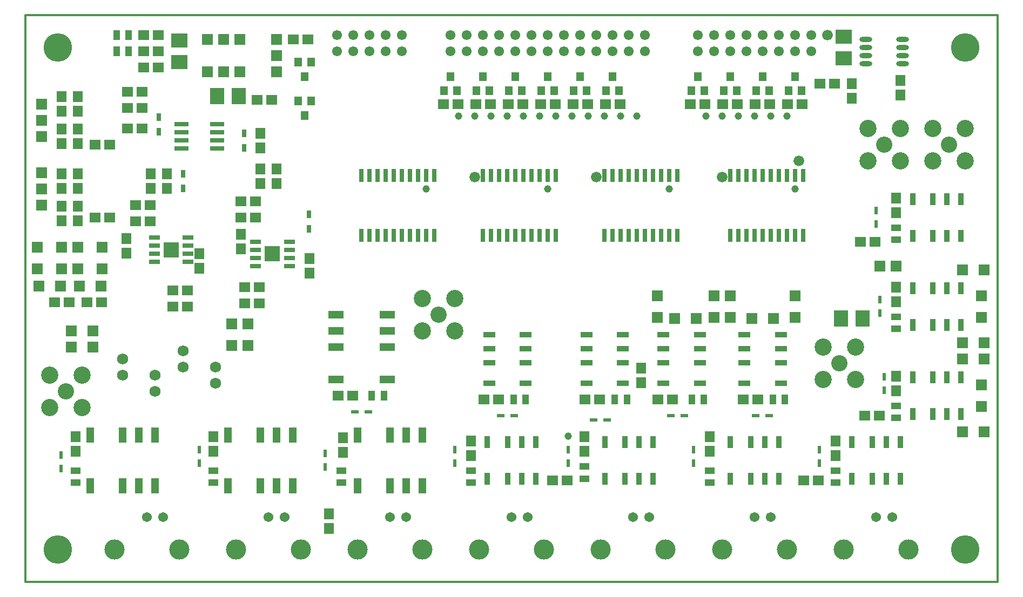
<source format=gbr>
G04 EasyPC Gerber Version 20.0.2 Build 4112 *
G04 #@! TF.Part,Single*
G04 #@! TF.FileFunction,Soldermask,Top *
%FSLAX35Y35*%
%MOIN*%
G04 #@! TA.AperFunction,SMDPad*
%ADD113R,0.02411X0.04537*%
%ADD121R,0.02569X0.04832*%
%ADD117R,0.02800X0.08400*%
%ADD116R,0.03750X0.07687*%
%ADD84R,0.04143X0.06112*%
%ADD110R,0.04537X0.09261*%
%ADD118R,0.04600X0.05400*%
%ADD29R,0.06100X0.06600*%
%ADD122R,0.08600X0.10100*%
G04 #@! TA.AperFunction,ComponentPad*
%ADD25R,0.06600X0.06600*%
G04 #@! TA.AperFunction,SMDPad*
%ADD112R,0.06900X0.06900*%
%ADD120R,0.09600X0.09600*%
G04 #@! TD.AperFunction*
%ADD10C,0.01200*%
G04 #@! TA.AperFunction,ViaPad*
%ADD72C,0.04600*%
G04 #@! TA.AperFunction,ComponentPad*
%ADD109C,0.06072*%
%ADD26C,0.06100*%
%ADD83C,0.06600*%
%ADD85C,0.06899*%
G04 #@! TA.AperFunction,SMDPad*
%ADD123O,0.07800X0.03100*%
%ADD90R,0.04537X0.02411*%
%ADD119R,0.06900X0.02700*%
%ADD28R,0.08600X0.03100*%
%ADD114R,0.07687X0.03750*%
%ADD111R,0.06112X0.04143*%
%ADD115R,0.09261X0.04537*%
%ADD27R,0.06600X0.06100*%
G04 #@! TA.AperFunction,ComponentPad*
%ADD86C,0.10049*%
%ADD87C,0.10639*%
%ADD108C,0.12450*%
G04 #@! TA.AperFunction,WasherPad*
%ADD24C,0.17600*%
G04 #@! TA.AperFunction,SMDPad*
%ADD124R,0.10100X0.08600*%
X0Y0D02*
D02*
D10*
X680250Y344250D02*
X1280250D01*
Y694250*
X680250*
Y344250*
D02*
D24*
X700250Y364250D03*
Y674250D03*
X1260250Y364250D03*
Y674250D03*
D02*
D25*
X690250Y576750D03*
Y586750D03*
Y596750D03*
Y619250D03*
Y629250D03*
Y639250D03*
X792750Y659250D03*
Y679250D03*
X802750Y659250D03*
Y679250D03*
X812750Y659250D03*
Y679250D03*
X835250Y659250D03*
Y669250D03*
Y679250D03*
X1207750Y539250D03*
X1217750D03*
D02*
D26*
X872750Y671750D03*
Y681750D03*
X882750Y671750D03*
Y681750D03*
X892750Y671750D03*
Y681750D03*
X902750Y671750D03*
Y681750D03*
X912750Y671750D03*
Y681750D03*
X942750Y671750D03*
Y681750D03*
X952750Y671750D03*
Y681750D03*
X962750Y671750D03*
Y681750D03*
X972750Y671750D03*
Y681750D03*
X982750Y671750D03*
Y681750D03*
X992750Y671750D03*
Y681750D03*
X1002750Y671750D03*
Y681750D03*
X1012750Y671750D03*
Y681750D03*
X1022750Y671750D03*
Y681750D03*
X1032750Y671750D03*
Y681750D03*
X1042750Y671750D03*
Y681750D03*
X1052750Y671750D03*
Y681750D03*
X1062750Y671750D03*
Y681750D03*
X1095250Y671750D03*
Y681750D03*
X1105250Y671750D03*
Y681750D03*
X1115250Y671750D03*
Y681750D03*
X1125250Y671750D03*
Y681750D03*
X1135250Y671750D03*
Y681750D03*
X1145250Y671750D03*
Y681750D03*
X1155250Y671750D03*
Y681750D03*
X1165250Y671750D03*
Y681750D03*
D02*
D27*
X698250Y516750D03*
X707250D03*
X718250D03*
X723250Y569250D03*
Y614250D03*
X727250Y516750D03*
X732250Y569250D03*
Y614250D03*
X743250Y624250D03*
Y636750D03*
Y646750D03*
X748250Y566750D03*
Y576750D03*
X752250Y624250D03*
Y636750D03*
Y646750D03*
X753250Y661750D03*
Y671750D03*
Y681750D03*
X757250Y566750D03*
Y576750D03*
X762250Y661750D03*
Y671750D03*
Y681750D03*
X771250Y514250D03*
Y524250D03*
X780250Y514250D03*
Y524250D03*
X813250Y569250D03*
Y579250D03*
X815750Y516250D03*
Y526250D03*
X822250Y569250D03*
Y579250D03*
X823250Y641750D03*
X824750Y516250D03*
Y526250D03*
X832250Y641750D03*
X845750Y679250D03*
X854750D03*
X873250Y459250D03*
X882250D03*
X938250Y639250D03*
X947250D03*
X958250D03*
X963250Y456750D03*
X967250Y639250D03*
X972250Y456750D03*
X978250Y639250D03*
X987250D03*
X998250D03*
X1005750Y406750D03*
X1007250Y639250D03*
X1014750Y406750D03*
X1018250Y639250D03*
X1025750Y456750D03*
X1027250Y639250D03*
X1034750Y456750D03*
X1038250Y639250D03*
X1047250D03*
X1070750Y456750D03*
X1079750D03*
X1090750Y639250D03*
X1099750D03*
X1110750D03*
X1119750D03*
X1123250Y456750D03*
X1130750Y639250D03*
X1132250Y456750D03*
X1139750Y639250D03*
X1150750D03*
X1159750D03*
X1160750Y406750D03*
X1169750D03*
X1170750Y651750D03*
X1179750D03*
X1195750Y554250D03*
X1198250Y446750D03*
X1204750Y554250D03*
X1207250Y446750D03*
D02*
D28*
X776750Y611750D03*
Y616750D03*
Y621750D03*
Y626750D03*
X798750Y611750D03*
Y616750D03*
Y621750D03*
Y626750D03*
D02*
D29*
X702750Y567250D03*
Y576250D03*
Y587250D03*
Y596250D03*
Y614750D03*
Y623750D03*
Y634750D03*
Y643750D03*
X711250Y424750D03*
Y433750D03*
X712750Y567250D03*
Y576250D03*
Y587250D03*
Y596250D03*
Y614750D03*
Y623750D03*
Y634750D03*
Y643750D03*
X742750Y547250D03*
Y556250D03*
X757750Y587250D03*
Y596250D03*
X767750Y587250D03*
Y596250D03*
X787750Y537750D03*
Y546750D03*
X796250Y424750D03*
Y433750D03*
X813250Y549750D03*
Y558750D03*
X825250Y590309D03*
Y599309D03*
Y612250D03*
Y621250D03*
X835250Y590309D03*
Y599309D03*
X855750Y534750D03*
Y543750D03*
X867750Y377250D03*
Y386250D03*
X876250Y424250D03*
Y433250D03*
X955250Y422250D03*
Y431250D03*
X1025250Y424750D03*
Y433750D03*
X1060250Y467250D03*
Y476250D03*
X1102750Y424750D03*
Y433750D03*
X1180250Y422250D03*
Y431250D03*
X1190250Y642750D03*
Y651750D03*
X1217750Y462250D03*
Y471250D03*
Y517250D03*
Y526250D03*
Y572250D03*
Y581250D03*
X1220250Y644750D03*
Y653750D03*
D02*
D72*
X927750Y586750D03*
X947750Y631750D03*
X957750D03*
X967750D03*
X977750D03*
X987750D03*
X997750D03*
X1002750Y586750D03*
X1007750Y631750D03*
X1015250Y434250D03*
X1017750Y631750D03*
X1027750D03*
X1037750D03*
X1047750D03*
X1057750D03*
X1077750Y586750D03*
X1100250Y631750D03*
X1110250D03*
X1120250D03*
X1130250D03*
X1140250D03*
X1150250D03*
X1155250Y586750D03*
D02*
D83*
X769750Y549250D03*
X832750Y546750D03*
X957750Y594250D03*
X1032750D03*
X1110250D03*
X1157750Y604250D03*
X1175250Y681750D03*
D02*
D84*
X736510Y671750D03*
Y681750D03*
X743990Y671750D03*
Y681750D03*
X894010Y459250D03*
X901490D03*
X981510Y456750D03*
X988990D03*
X1044010D03*
X1051490D03*
X1091510D03*
X1098990D03*
X1141510D03*
X1148990D03*
D02*
D85*
X740250Y471750D03*
Y481750D03*
X760250Y461750D03*
Y471750D03*
X777750Y476750D03*
Y486750D03*
X797750Y466750D03*
Y476750D03*
D02*
D86*
X705250Y461848D03*
X935250Y509348D03*
X1182750Y479348D03*
X1210250Y614348D03*
X1250250D03*
D02*
D87*
X695250Y451848D03*
Y471848D03*
X715250Y451848D03*
Y471848D03*
X925250Y499348D03*
Y519348D03*
X945250Y499348D03*
Y519348D03*
X1172750Y469348D03*
Y489348D03*
X1192750Y469348D03*
Y489348D03*
X1200250Y604348D03*
Y624348D03*
X1220250Y604348D03*
Y624348D03*
X1240250Y604348D03*
Y624348D03*
X1260250Y604348D03*
Y624348D03*
D02*
D90*
X883616Y449250D03*
X891884D03*
X973616Y446750D03*
X981884D03*
X1031116Y444250D03*
X1039384D03*
X1078616Y446750D03*
X1086884D03*
X1131116D03*
X1139384D03*
D02*
D108*
X735250Y364250D03*
X775250D03*
X810250D03*
X850250D03*
X885250D03*
X925250D03*
X960250D03*
X1000250D03*
X1035250D03*
X1075250D03*
X1110250D03*
X1150250D03*
X1185250D03*
X1225250D03*
D02*
D109*
X755250Y384250D03*
X765250D03*
X830250D03*
X840250D03*
X905250D03*
X915250D03*
X980250D03*
X990250D03*
X1055250D03*
X1065250D03*
X1130250D03*
X1140250D03*
X1205250D03*
X1215250D03*
D02*
D110*
X720250Y403502D03*
Y434998D03*
X740250Y403502D03*
Y434998D03*
X750250Y403502D03*
Y434998D03*
X760250Y403502D03*
Y434998D03*
X805250Y403502D03*
Y434998D03*
X825250Y403502D03*
Y434998D03*
X835250Y403502D03*
Y434998D03*
X845250Y403502D03*
Y434998D03*
X885250Y403502D03*
Y434998D03*
X905250Y403502D03*
Y434998D03*
X915250Y403502D03*
Y434998D03*
X925250Y403502D03*
Y434998D03*
D02*
D111*
X711250Y405510D03*
Y412990D03*
X796250Y405510D03*
Y412990D03*
X875250Y405510D03*
Y412990D03*
X955250Y405510D03*
Y412990D03*
X1025250Y408010D03*
Y415490D03*
X1102750Y405510D03*
Y412990D03*
X1180250Y405510D03*
Y412990D03*
X1217750Y445510D03*
Y452990D03*
Y500510D03*
Y507990D03*
Y555510D03*
Y562990D03*
D02*
D112*
X687750Y537550D03*
Y550950D03*
X688550Y526750D03*
X701950D03*
X702750Y537550D03*
Y550950D03*
X708550Y489250D03*
Y499250D03*
X712750Y537550D03*
Y550950D03*
X713550Y526750D03*
X721950Y489250D03*
Y499250D03*
X726950Y526750D03*
X727750Y537550D03*
Y550950D03*
X807750Y490050D03*
Y503450D03*
X817750Y490050D03*
Y503450D03*
X1070250Y507550D03*
Y520950D03*
X1081050Y506750D03*
X1094450D03*
X1105250Y507550D03*
Y520950D03*
X1115250Y507550D03*
Y520950D03*
X1128550Y506750D03*
X1141950D03*
X1155250Y507550D03*
Y520950D03*
X1258550Y436750D03*
Y481750D03*
Y491750D03*
Y536750D03*
X1270250Y452550D03*
Y465950D03*
Y507550D03*
Y520950D03*
X1271950Y436750D03*
Y481750D03*
Y491750D03*
Y536750D03*
D02*
D113*
X702250Y414116D03*
Y422384D03*
X787750Y417616D03*
Y425884D03*
X865250Y415116D03*
Y423384D03*
X945250Y417616D03*
Y425884D03*
X1015250Y417616D03*
Y425884D03*
X1092750Y417616D03*
Y425884D03*
X1170250Y417616D03*
Y425884D03*
X1205250Y565116D03*
Y573384D03*
X1207750Y510116D03*
Y518384D03*
X1210250Y462616D03*
Y470884D03*
D02*
D114*
X966530Y466789D03*
Y479388D03*
Y488049D03*
Y496711D03*
X988970Y466789D03*
Y479388D03*
Y488049D03*
Y496711D03*
X1026530Y466789D03*
Y479388D03*
Y488049D03*
Y496711D03*
X1048970Y466789D03*
Y479388D03*
Y488049D03*
Y496711D03*
X1074030Y466789D03*
Y479388D03*
Y488049D03*
Y496711D03*
X1096470Y466789D03*
Y479388D03*
Y488049D03*
Y496711D03*
X1124030Y466789D03*
Y479388D03*
Y488049D03*
Y496711D03*
X1146470Y466789D03*
Y479388D03*
Y488049D03*
Y496711D03*
D02*
D115*
X872002Y469250D03*
Y489250D03*
Y499250D03*
Y509250D03*
X903498Y469250D03*
Y489250D03*
Y499250D03*
Y509250D03*
D02*
D116*
X965289Y408030D03*
Y430470D03*
X977888Y408030D03*
Y430470D03*
X986549Y408030D03*
Y430470D03*
X995211Y408030D03*
Y430470D03*
X1037789Y408030D03*
Y430470D03*
X1050388Y408030D03*
Y430470D03*
X1059049Y408030D03*
Y430470D03*
X1067711Y408030D03*
Y430470D03*
X1115289Y408030D03*
Y430470D03*
X1127888Y408030D03*
Y430470D03*
X1136549Y408030D03*
Y430470D03*
X1145211Y408030D03*
Y430470D03*
X1190289Y408030D03*
Y430470D03*
X1202888Y408030D03*
Y430470D03*
X1211549Y408030D03*
Y430470D03*
X1220211Y408030D03*
Y430470D03*
X1227789Y448030D03*
Y470470D03*
Y503030D03*
Y525470D03*
Y558030D03*
Y580470D03*
X1240388Y448030D03*
Y470470D03*
Y503030D03*
Y525470D03*
Y558030D03*
Y580470D03*
X1249049Y448030D03*
Y470470D03*
Y503030D03*
Y525470D03*
Y558030D03*
Y580470D03*
X1257711Y448030D03*
Y470470D03*
Y503030D03*
Y525470D03*
Y558030D03*
Y580470D03*
D02*
D117*
X887750Y558350D03*
Y595150D03*
X892750Y558350D03*
Y595150D03*
X897750Y558350D03*
Y595150D03*
X902750Y558350D03*
Y595150D03*
X907750Y558350D03*
Y595150D03*
X912750Y558350D03*
Y595150D03*
X917750Y558350D03*
Y595150D03*
X922750Y558350D03*
Y595150D03*
X927750Y558350D03*
Y595150D03*
X932750Y558350D03*
Y595150D03*
X962750Y558350D03*
Y595150D03*
X967750Y558350D03*
Y595150D03*
X972750Y558350D03*
Y595150D03*
X977750Y558350D03*
Y595150D03*
X982750Y558350D03*
Y595150D03*
X987750Y558350D03*
Y595150D03*
X992750Y558350D03*
Y595150D03*
X997750Y558350D03*
Y595150D03*
X1002750Y558350D03*
Y595150D03*
X1007750Y558350D03*
Y595150D03*
X1037750Y558350D03*
Y595150D03*
X1042750Y558350D03*
Y595150D03*
X1047750Y558350D03*
Y595150D03*
X1052750Y558350D03*
Y595150D03*
X1057750Y558350D03*
Y595150D03*
X1062750Y558350D03*
Y595150D03*
X1067750Y558350D03*
Y595150D03*
X1072750Y558350D03*
Y595150D03*
X1077750Y558350D03*
Y595150D03*
X1082750Y558350D03*
Y595150D03*
X1115250Y558350D03*
Y595150D03*
X1120250Y558350D03*
Y595150D03*
X1125250Y558350D03*
Y595150D03*
X1130250Y558350D03*
Y595150D03*
X1135250Y558350D03*
Y595150D03*
X1140250Y558350D03*
Y595150D03*
X1145250Y558350D03*
Y595150D03*
X1150250Y558350D03*
Y595150D03*
X1155250Y558350D03*
Y595150D03*
X1160250Y558350D03*
Y595150D03*
D02*
D118*
X848750Y641050D03*
Y665050D03*
X852750Y632350D03*
Y656350D03*
X856750Y641050D03*
Y665050D03*
X938750Y647450D03*
X942750Y656150D03*
X946750Y647450D03*
X958750D03*
X962750Y656150D03*
X966750Y647450D03*
X978750D03*
X982750Y656150D03*
X986750Y647450D03*
X998750D03*
X1002750Y656150D03*
X1006750Y647450D03*
X1018750D03*
X1022750Y656150D03*
X1026750Y647450D03*
X1038750D03*
X1042750Y656150D03*
X1046750Y647450D03*
X1091250D03*
X1095250Y656150D03*
X1099250Y647450D03*
X1111250D03*
X1115250Y656150D03*
X1119250Y647450D03*
X1131250D03*
X1135250Y656150D03*
X1139250Y647450D03*
X1151250D03*
X1155250Y656150D03*
X1159250Y647450D03*
D02*
D119*
X759800Y541750D03*
Y546750D03*
Y551750D03*
Y556750D03*
X780700Y541750D03*
Y546750D03*
Y551750D03*
Y556750D03*
X822300Y539250D03*
Y544250D03*
Y549250D03*
Y554250D03*
X843200Y539250D03*
Y544250D03*
Y549250D03*
Y554250D03*
D02*
D120*
X770250Y549250D03*
X832750Y546750D03*
D02*
D121*
X762750Y622175D03*
Y631325D03*
X777750Y587175D03*
Y596325D03*
X815250Y612175D03*
Y621325D03*
X855250Y562175D03*
Y571325D03*
D02*
D122*
X798550Y644250D03*
X811950D03*
X1183550Y506750D03*
X1196950D03*
D02*
D123*
X1198850Y664250D03*
Y669250D03*
Y674250D03*
Y679250D03*
X1221650Y664250D03*
Y669250D03*
Y674250D03*
Y679250D03*
D02*
D124*
X775250Y665050D03*
Y678450D03*
X1185250Y667550D03*
Y680950D03*
X0Y0D02*
M02*

</source>
